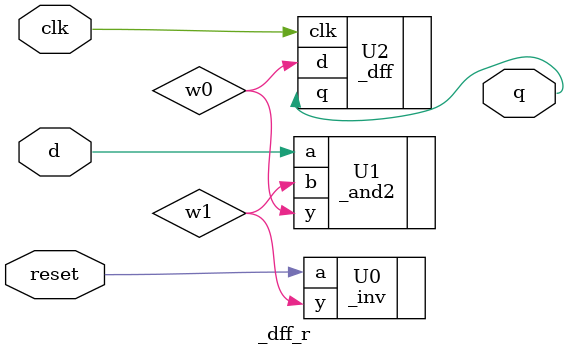
<source format=v>
module _dff_r(d, reset, clk ,q ); // reset값에 의해 입력이 초기화 되는 _dff_r module
input d, reset, clk;
output q;
wire w0, w1;
	_inv U0(.a(reset) , .y(w1)); // active low에서 동작하게 하기 위해 reset을 반전시킴 
	_and2 U1(.a(d), .b(w1), .y(w0)); // reset_n값과 input인 d를 and gate의 input으로 넣어 입력을 control 한다 
	_dff U2(.clk(clk), .d(w0), .q(q)); // and gate의 출력값과 clk를 입력으로 하여  DFF 연산을 한다. 
endmodule

</source>
